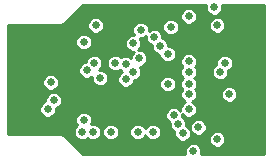
<source format=gbr>
G04 (created by PCBNEW (2013-04-19 BZR 4011)-stable) date 24/08/2014 03:54:09*
%MOIN*%
G04 Gerber Fmt 3.4, Leading zero omitted, Abs format*
%FSLAX34Y34*%
G01*
G70*
G90*
G04 APERTURE LIST*
%ADD10C,2.3622e-006*%
%ADD11C,0.025*%
%ADD12C,0.008*%
%ADD13C,0.01*%
G04 APERTURE END LIST*
G54D10*
G54D11*
X91400Y-66400D03*
X90300Y-63550D03*
X90250Y-64500D03*
X91550Y-66700D03*
X91900Y-65700D03*
X91700Y-67000D03*
X92223Y-66800D03*
X91900Y-63100D03*
X88400Y-63950D03*
X90050Y-64000D03*
X91900Y-66200D03*
X89800Y-65200D03*
X88500Y-64900D03*
X91200Y-64350D03*
X91900Y-64600D03*
X91300Y-63450D03*
X91200Y-65350D03*
X90750Y-63800D03*
X91900Y-65350D03*
X88750Y-64650D03*
X90050Y-64950D03*
X91900Y-64950D03*
X90950Y-64100D03*
X87400Y-65900D03*
X88950Y-65150D03*
X88350Y-66950D03*
X90200Y-66950D03*
X89300Y-66950D03*
X93250Y-65700D03*
X92850Y-63400D03*
X92850Y-67200D03*
X93100Y-64650D03*
X92950Y-64950D03*
X89800Y-64700D03*
X89450Y-64650D03*
X88700Y-66950D03*
X87300Y-65300D03*
X88400Y-66550D03*
X87200Y-66200D03*
X88800Y-63400D03*
X92050Y-67600D03*
X90700Y-66950D03*
X92750Y-62800D03*
X88400Y-65850D03*
X88150Y-67300D03*
X89150Y-65700D03*
X93100Y-63750D03*
X91800Y-64250D03*
X90700Y-66600D03*
X88300Y-63000D03*
X92750Y-67600D03*
G54D12*
X88000Y-66250D02*
X88400Y-65850D01*
X88000Y-67150D02*
X88000Y-66250D01*
X88150Y-67300D02*
X88000Y-67150D01*
X89150Y-65700D02*
X88550Y-65700D01*
X88550Y-65700D02*
X88400Y-65850D01*
X89150Y-65700D02*
X89800Y-65700D01*
X89800Y-65700D02*
X90700Y-66600D01*
X91800Y-64250D02*
X91650Y-64250D01*
X91650Y-64250D02*
X90400Y-63000D01*
X92200Y-64250D02*
X91800Y-64250D01*
X91800Y-64250D02*
X90700Y-65350D01*
X90700Y-65350D02*
X90700Y-66600D01*
X93100Y-63750D02*
X92300Y-63750D01*
X92300Y-63750D02*
X91800Y-64250D01*
X90400Y-63000D02*
X88300Y-63000D01*
X92750Y-67600D02*
X92550Y-67400D01*
X92550Y-64600D02*
X92200Y-64250D01*
X92550Y-67400D02*
X92550Y-64600D01*
G54D10*
G36*
X94425Y-67675D02*
X93525Y-67675D01*
X93525Y-65645D01*
X93483Y-65544D01*
X93405Y-65467D01*
X93375Y-65454D01*
X93375Y-64595D01*
X93333Y-64494D01*
X93255Y-64417D01*
X93154Y-64375D01*
X93125Y-64375D01*
X93125Y-63345D01*
X93083Y-63244D01*
X93005Y-63167D01*
X92904Y-63125D01*
X92795Y-63124D01*
X92694Y-63166D01*
X92617Y-63244D01*
X92575Y-63345D01*
X92574Y-63454D01*
X92616Y-63555D01*
X92694Y-63632D01*
X92795Y-63674D01*
X92904Y-63675D01*
X93005Y-63633D01*
X93082Y-63555D01*
X93124Y-63454D01*
X93125Y-63345D01*
X93125Y-64375D01*
X93045Y-64374D01*
X92944Y-64416D01*
X92867Y-64494D01*
X92825Y-64595D01*
X92824Y-64704D01*
X92794Y-64716D01*
X92717Y-64794D01*
X92675Y-64895D01*
X92674Y-65004D01*
X92716Y-65105D01*
X92794Y-65182D01*
X92895Y-65224D01*
X93004Y-65225D01*
X93105Y-65183D01*
X93182Y-65105D01*
X93224Y-65004D01*
X93225Y-64895D01*
X93255Y-64883D01*
X93332Y-64805D01*
X93374Y-64704D01*
X93375Y-64595D01*
X93375Y-65454D01*
X93304Y-65425D01*
X93195Y-65424D01*
X93094Y-65466D01*
X93017Y-65544D01*
X92975Y-65645D01*
X92974Y-65754D01*
X93016Y-65855D01*
X93094Y-65932D01*
X93195Y-65974D01*
X93304Y-65975D01*
X93405Y-65933D01*
X93482Y-65855D01*
X93524Y-65754D01*
X93525Y-65645D01*
X93525Y-67675D01*
X93125Y-67675D01*
X93125Y-67145D01*
X93083Y-67044D01*
X93005Y-66967D01*
X92904Y-66925D01*
X92795Y-66924D01*
X92694Y-66966D01*
X92617Y-67044D01*
X92575Y-67145D01*
X92574Y-67254D01*
X92616Y-67355D01*
X92694Y-67432D01*
X92795Y-67474D01*
X92904Y-67475D01*
X93005Y-67433D01*
X93082Y-67355D01*
X93124Y-67254D01*
X93125Y-67145D01*
X93125Y-67675D01*
X92498Y-67675D01*
X92498Y-66745D01*
X92456Y-66644D01*
X92378Y-66567D01*
X92277Y-66525D01*
X92175Y-66524D01*
X92175Y-66145D01*
X92133Y-66044D01*
X92055Y-65967D01*
X92015Y-65950D01*
X92055Y-65933D01*
X92132Y-65855D01*
X92174Y-65754D01*
X92175Y-65645D01*
X92133Y-65544D01*
X92113Y-65525D01*
X92132Y-65505D01*
X92174Y-65404D01*
X92175Y-65295D01*
X92133Y-65194D01*
X92088Y-65149D01*
X92132Y-65105D01*
X92174Y-65004D01*
X92175Y-64895D01*
X92133Y-64794D01*
X92113Y-64775D01*
X92132Y-64755D01*
X92174Y-64654D01*
X92175Y-64545D01*
X92175Y-63045D01*
X92133Y-62944D01*
X92055Y-62867D01*
X91954Y-62825D01*
X91845Y-62824D01*
X91744Y-62866D01*
X91667Y-62944D01*
X91625Y-63045D01*
X91624Y-63154D01*
X91666Y-63255D01*
X91744Y-63332D01*
X91845Y-63374D01*
X91954Y-63375D01*
X92055Y-63333D01*
X92132Y-63255D01*
X92174Y-63154D01*
X92175Y-63045D01*
X92175Y-64545D01*
X92133Y-64444D01*
X92055Y-64367D01*
X91954Y-64325D01*
X91845Y-64324D01*
X91744Y-64366D01*
X91667Y-64444D01*
X91625Y-64545D01*
X91624Y-64654D01*
X91666Y-64755D01*
X91686Y-64774D01*
X91667Y-64794D01*
X91625Y-64895D01*
X91624Y-65004D01*
X91666Y-65105D01*
X91711Y-65150D01*
X91667Y-65194D01*
X91625Y-65295D01*
X91624Y-65404D01*
X91666Y-65505D01*
X91686Y-65524D01*
X91667Y-65544D01*
X91625Y-65645D01*
X91624Y-65754D01*
X91666Y-65855D01*
X91744Y-65932D01*
X91784Y-65949D01*
X91744Y-65966D01*
X91667Y-66044D01*
X91625Y-66145D01*
X91624Y-66236D01*
X91575Y-66186D01*
X91575Y-63395D01*
X91533Y-63294D01*
X91455Y-63217D01*
X91354Y-63175D01*
X91245Y-63174D01*
X91144Y-63216D01*
X91067Y-63294D01*
X91025Y-63395D01*
X91024Y-63504D01*
X91066Y-63605D01*
X91144Y-63682D01*
X91245Y-63724D01*
X91354Y-63725D01*
X91455Y-63683D01*
X91532Y-63605D01*
X91574Y-63504D01*
X91575Y-63395D01*
X91575Y-66186D01*
X91555Y-66167D01*
X91475Y-66133D01*
X91475Y-65295D01*
X91475Y-64295D01*
X91433Y-64194D01*
X91355Y-64117D01*
X91254Y-64075D01*
X91225Y-64075D01*
X91225Y-64045D01*
X91183Y-63944D01*
X91105Y-63867D01*
X91024Y-63833D01*
X91025Y-63745D01*
X90983Y-63644D01*
X90905Y-63567D01*
X90804Y-63525D01*
X90695Y-63524D01*
X90594Y-63566D01*
X90574Y-63586D01*
X90575Y-63495D01*
X90533Y-63394D01*
X90455Y-63317D01*
X90354Y-63275D01*
X90245Y-63274D01*
X90144Y-63316D01*
X90067Y-63394D01*
X90025Y-63495D01*
X90024Y-63604D01*
X90066Y-63705D01*
X90086Y-63725D01*
X89995Y-63724D01*
X89894Y-63766D01*
X89817Y-63844D01*
X89775Y-63945D01*
X89774Y-64054D01*
X89816Y-64155D01*
X89894Y-64232D01*
X89995Y-64274D01*
X90086Y-64275D01*
X90017Y-64344D01*
X89975Y-64445D01*
X89975Y-64486D01*
X89955Y-64467D01*
X89854Y-64425D01*
X89745Y-64424D01*
X89652Y-64463D01*
X89605Y-64417D01*
X89504Y-64375D01*
X89395Y-64374D01*
X89294Y-64416D01*
X89217Y-64494D01*
X89175Y-64595D01*
X89174Y-64704D01*
X89216Y-64805D01*
X89294Y-64882D01*
X89395Y-64924D01*
X89504Y-64925D01*
X89597Y-64886D01*
X89644Y-64932D01*
X89684Y-64949D01*
X89644Y-64966D01*
X89567Y-65044D01*
X89525Y-65145D01*
X89524Y-65254D01*
X89566Y-65355D01*
X89644Y-65432D01*
X89745Y-65474D01*
X89854Y-65475D01*
X89955Y-65433D01*
X90032Y-65355D01*
X90074Y-65254D01*
X90074Y-65225D01*
X90104Y-65225D01*
X90205Y-65183D01*
X90282Y-65105D01*
X90324Y-65004D01*
X90325Y-64895D01*
X90283Y-64794D01*
X90263Y-64775D01*
X90304Y-64775D01*
X90405Y-64733D01*
X90482Y-64655D01*
X90524Y-64554D01*
X90525Y-64445D01*
X90483Y-64344D01*
X90405Y-64267D01*
X90304Y-64225D01*
X90213Y-64224D01*
X90282Y-64155D01*
X90324Y-64054D01*
X90325Y-63945D01*
X90283Y-63844D01*
X90263Y-63824D01*
X90354Y-63825D01*
X90455Y-63783D01*
X90475Y-63763D01*
X90474Y-63854D01*
X90516Y-63955D01*
X90594Y-64032D01*
X90675Y-64066D01*
X90674Y-64154D01*
X90716Y-64255D01*
X90794Y-64332D01*
X90895Y-64374D01*
X90924Y-64374D01*
X90924Y-64404D01*
X90966Y-64505D01*
X91044Y-64582D01*
X91145Y-64624D01*
X91254Y-64625D01*
X91355Y-64583D01*
X91432Y-64505D01*
X91474Y-64404D01*
X91475Y-64295D01*
X91475Y-65295D01*
X91433Y-65194D01*
X91355Y-65117D01*
X91254Y-65075D01*
X91145Y-65074D01*
X91044Y-65116D01*
X90967Y-65194D01*
X90925Y-65295D01*
X90924Y-65404D01*
X90966Y-65505D01*
X91044Y-65582D01*
X91145Y-65624D01*
X91254Y-65625D01*
X91355Y-65583D01*
X91432Y-65505D01*
X91474Y-65404D01*
X91475Y-65295D01*
X91475Y-66133D01*
X91454Y-66125D01*
X91345Y-66124D01*
X91244Y-66166D01*
X91167Y-66244D01*
X91125Y-66345D01*
X91124Y-66454D01*
X91166Y-66555D01*
X91244Y-66632D01*
X91275Y-66645D01*
X91274Y-66754D01*
X91316Y-66855D01*
X91394Y-66932D01*
X91425Y-66945D01*
X91424Y-67054D01*
X91466Y-67155D01*
X91544Y-67232D01*
X91645Y-67274D01*
X91754Y-67275D01*
X91855Y-67233D01*
X91932Y-67155D01*
X91974Y-67054D01*
X91975Y-66945D01*
X91933Y-66844D01*
X91855Y-66767D01*
X91824Y-66754D01*
X91825Y-66645D01*
X91783Y-66544D01*
X91705Y-66467D01*
X91674Y-66454D01*
X91675Y-66363D01*
X91744Y-66432D01*
X91845Y-66474D01*
X91954Y-66475D01*
X92055Y-66433D01*
X92132Y-66355D01*
X92174Y-66254D01*
X92175Y-66145D01*
X92175Y-66524D01*
X92168Y-66524D01*
X92067Y-66566D01*
X91990Y-66644D01*
X91948Y-66745D01*
X91947Y-66854D01*
X91989Y-66955D01*
X92067Y-67032D01*
X92168Y-67074D01*
X92277Y-67075D01*
X92378Y-67033D01*
X92455Y-66955D01*
X92497Y-66854D01*
X92498Y-66745D01*
X92498Y-67675D01*
X92316Y-67675D01*
X92324Y-67654D01*
X92325Y-67545D01*
X92283Y-67444D01*
X92205Y-67367D01*
X92104Y-67325D01*
X91995Y-67324D01*
X91894Y-67366D01*
X91817Y-67444D01*
X91775Y-67545D01*
X91774Y-67654D01*
X91783Y-67675D01*
X90975Y-67675D01*
X90975Y-66895D01*
X90933Y-66794D01*
X90855Y-66717D01*
X90754Y-66675D01*
X90645Y-66674D01*
X90544Y-66716D01*
X90467Y-66794D01*
X90450Y-66834D01*
X90433Y-66794D01*
X90355Y-66717D01*
X90254Y-66675D01*
X90145Y-66674D01*
X90044Y-66716D01*
X89967Y-66794D01*
X89925Y-66895D01*
X89924Y-67004D01*
X89966Y-67105D01*
X90044Y-67182D01*
X90145Y-67224D01*
X90254Y-67225D01*
X90355Y-67183D01*
X90432Y-67105D01*
X90449Y-67065D01*
X90466Y-67105D01*
X90544Y-67182D01*
X90645Y-67224D01*
X90754Y-67225D01*
X90855Y-67183D01*
X90932Y-67105D01*
X90974Y-67004D01*
X90975Y-66895D01*
X90975Y-67675D01*
X89575Y-67675D01*
X89575Y-66895D01*
X89533Y-66794D01*
X89455Y-66717D01*
X89354Y-66675D01*
X89245Y-66674D01*
X89225Y-66683D01*
X89225Y-65095D01*
X89183Y-64994D01*
X89105Y-64917D01*
X89075Y-64904D01*
X89075Y-63345D01*
X89033Y-63244D01*
X88955Y-63167D01*
X88854Y-63125D01*
X88745Y-63124D01*
X88644Y-63166D01*
X88567Y-63244D01*
X88525Y-63345D01*
X88524Y-63454D01*
X88566Y-63555D01*
X88644Y-63632D01*
X88745Y-63674D01*
X88854Y-63675D01*
X88955Y-63633D01*
X89032Y-63555D01*
X89074Y-63454D01*
X89075Y-63345D01*
X89075Y-64904D01*
X89004Y-64875D01*
X88913Y-64874D01*
X88982Y-64805D01*
X89024Y-64704D01*
X89025Y-64595D01*
X88983Y-64494D01*
X88905Y-64417D01*
X88804Y-64375D01*
X88695Y-64374D01*
X88675Y-64383D01*
X88675Y-63895D01*
X88633Y-63794D01*
X88555Y-63717D01*
X88454Y-63675D01*
X88345Y-63674D01*
X88244Y-63716D01*
X88167Y-63794D01*
X88125Y-63895D01*
X88124Y-64004D01*
X88166Y-64105D01*
X88244Y-64182D01*
X88345Y-64224D01*
X88454Y-64225D01*
X88555Y-64183D01*
X88632Y-64105D01*
X88674Y-64004D01*
X88675Y-63895D01*
X88675Y-64383D01*
X88594Y-64416D01*
X88517Y-64494D01*
X88475Y-64595D01*
X88475Y-64624D01*
X88445Y-64624D01*
X88344Y-64666D01*
X88267Y-64744D01*
X88225Y-64845D01*
X88224Y-64954D01*
X88266Y-65055D01*
X88344Y-65132D01*
X88445Y-65174D01*
X88554Y-65175D01*
X88655Y-65133D01*
X88675Y-65113D01*
X88674Y-65204D01*
X88716Y-65305D01*
X88794Y-65382D01*
X88895Y-65424D01*
X89004Y-65425D01*
X89105Y-65383D01*
X89182Y-65305D01*
X89224Y-65204D01*
X89225Y-65095D01*
X89225Y-66683D01*
X89144Y-66716D01*
X89067Y-66794D01*
X89025Y-66895D01*
X89024Y-67004D01*
X89066Y-67105D01*
X89144Y-67182D01*
X89245Y-67224D01*
X89354Y-67225D01*
X89455Y-67183D01*
X89532Y-67105D01*
X89574Y-67004D01*
X89575Y-66895D01*
X89575Y-67675D01*
X88975Y-67675D01*
X88975Y-66895D01*
X88933Y-66794D01*
X88855Y-66717D01*
X88754Y-66675D01*
X88645Y-66674D01*
X88674Y-66604D01*
X88675Y-66495D01*
X88633Y-66394D01*
X88555Y-66317D01*
X88454Y-66275D01*
X88345Y-66274D01*
X88244Y-66316D01*
X88167Y-66394D01*
X88125Y-66495D01*
X88124Y-66604D01*
X88166Y-66705D01*
X88186Y-66725D01*
X88117Y-66794D01*
X88075Y-66895D01*
X88074Y-67004D01*
X88116Y-67105D01*
X88194Y-67182D01*
X88295Y-67224D01*
X88404Y-67225D01*
X88505Y-67183D01*
X88524Y-67163D01*
X88544Y-67182D01*
X88645Y-67224D01*
X88754Y-67225D01*
X88855Y-67183D01*
X88932Y-67105D01*
X88974Y-67004D01*
X88975Y-66895D01*
X88975Y-67675D01*
X88372Y-67675D01*
X87773Y-67076D01*
X87716Y-67038D01*
X87675Y-67029D01*
X87675Y-65845D01*
X87633Y-65744D01*
X87575Y-65686D01*
X87575Y-65245D01*
X87533Y-65144D01*
X87455Y-65067D01*
X87354Y-65025D01*
X87245Y-65024D01*
X87144Y-65066D01*
X87067Y-65144D01*
X87025Y-65245D01*
X87024Y-65354D01*
X87066Y-65455D01*
X87144Y-65532D01*
X87245Y-65574D01*
X87354Y-65575D01*
X87455Y-65533D01*
X87532Y-65455D01*
X87574Y-65354D01*
X87575Y-65245D01*
X87575Y-65686D01*
X87555Y-65667D01*
X87454Y-65625D01*
X87345Y-65624D01*
X87244Y-65666D01*
X87167Y-65744D01*
X87125Y-65845D01*
X87124Y-65933D01*
X87044Y-65966D01*
X86967Y-66044D01*
X86925Y-66145D01*
X86924Y-66254D01*
X86966Y-66355D01*
X87044Y-66432D01*
X87145Y-66474D01*
X87254Y-66475D01*
X87355Y-66433D01*
X87432Y-66355D01*
X87474Y-66254D01*
X87475Y-66166D01*
X87555Y-66133D01*
X87632Y-66055D01*
X87674Y-65954D01*
X87675Y-65845D01*
X87675Y-67029D01*
X87650Y-67025D01*
X85875Y-67025D01*
X85875Y-63375D01*
X87650Y-63375D01*
X87716Y-63361D01*
X87716Y-63361D01*
X87773Y-63323D01*
X88372Y-62725D01*
X92483Y-62725D01*
X92475Y-62745D01*
X92474Y-62854D01*
X92516Y-62955D01*
X92594Y-63032D01*
X92695Y-63074D01*
X92804Y-63075D01*
X92905Y-63033D01*
X92982Y-62955D01*
X93024Y-62854D01*
X93025Y-62745D01*
X93016Y-62725D01*
X94425Y-62725D01*
X94425Y-67675D01*
X94425Y-67675D01*
G37*
G54D13*
X94425Y-67675D02*
X93525Y-67675D01*
X93525Y-65645D01*
X93483Y-65544D01*
X93405Y-65467D01*
X93375Y-65454D01*
X93375Y-64595D01*
X93333Y-64494D01*
X93255Y-64417D01*
X93154Y-64375D01*
X93125Y-64375D01*
X93125Y-63345D01*
X93083Y-63244D01*
X93005Y-63167D01*
X92904Y-63125D01*
X92795Y-63124D01*
X92694Y-63166D01*
X92617Y-63244D01*
X92575Y-63345D01*
X92574Y-63454D01*
X92616Y-63555D01*
X92694Y-63632D01*
X92795Y-63674D01*
X92904Y-63675D01*
X93005Y-63633D01*
X93082Y-63555D01*
X93124Y-63454D01*
X93125Y-63345D01*
X93125Y-64375D01*
X93045Y-64374D01*
X92944Y-64416D01*
X92867Y-64494D01*
X92825Y-64595D01*
X92824Y-64704D01*
X92794Y-64716D01*
X92717Y-64794D01*
X92675Y-64895D01*
X92674Y-65004D01*
X92716Y-65105D01*
X92794Y-65182D01*
X92895Y-65224D01*
X93004Y-65225D01*
X93105Y-65183D01*
X93182Y-65105D01*
X93224Y-65004D01*
X93225Y-64895D01*
X93255Y-64883D01*
X93332Y-64805D01*
X93374Y-64704D01*
X93375Y-64595D01*
X93375Y-65454D01*
X93304Y-65425D01*
X93195Y-65424D01*
X93094Y-65466D01*
X93017Y-65544D01*
X92975Y-65645D01*
X92974Y-65754D01*
X93016Y-65855D01*
X93094Y-65932D01*
X93195Y-65974D01*
X93304Y-65975D01*
X93405Y-65933D01*
X93482Y-65855D01*
X93524Y-65754D01*
X93525Y-65645D01*
X93525Y-67675D01*
X93125Y-67675D01*
X93125Y-67145D01*
X93083Y-67044D01*
X93005Y-66967D01*
X92904Y-66925D01*
X92795Y-66924D01*
X92694Y-66966D01*
X92617Y-67044D01*
X92575Y-67145D01*
X92574Y-67254D01*
X92616Y-67355D01*
X92694Y-67432D01*
X92795Y-67474D01*
X92904Y-67475D01*
X93005Y-67433D01*
X93082Y-67355D01*
X93124Y-67254D01*
X93125Y-67145D01*
X93125Y-67675D01*
X92498Y-67675D01*
X92498Y-66745D01*
X92456Y-66644D01*
X92378Y-66567D01*
X92277Y-66525D01*
X92175Y-66524D01*
X92175Y-66145D01*
X92133Y-66044D01*
X92055Y-65967D01*
X92015Y-65950D01*
X92055Y-65933D01*
X92132Y-65855D01*
X92174Y-65754D01*
X92175Y-65645D01*
X92133Y-65544D01*
X92113Y-65525D01*
X92132Y-65505D01*
X92174Y-65404D01*
X92175Y-65295D01*
X92133Y-65194D01*
X92088Y-65149D01*
X92132Y-65105D01*
X92174Y-65004D01*
X92175Y-64895D01*
X92133Y-64794D01*
X92113Y-64775D01*
X92132Y-64755D01*
X92174Y-64654D01*
X92175Y-64545D01*
X92175Y-63045D01*
X92133Y-62944D01*
X92055Y-62867D01*
X91954Y-62825D01*
X91845Y-62824D01*
X91744Y-62866D01*
X91667Y-62944D01*
X91625Y-63045D01*
X91624Y-63154D01*
X91666Y-63255D01*
X91744Y-63332D01*
X91845Y-63374D01*
X91954Y-63375D01*
X92055Y-63333D01*
X92132Y-63255D01*
X92174Y-63154D01*
X92175Y-63045D01*
X92175Y-64545D01*
X92133Y-64444D01*
X92055Y-64367D01*
X91954Y-64325D01*
X91845Y-64324D01*
X91744Y-64366D01*
X91667Y-64444D01*
X91625Y-64545D01*
X91624Y-64654D01*
X91666Y-64755D01*
X91686Y-64774D01*
X91667Y-64794D01*
X91625Y-64895D01*
X91624Y-65004D01*
X91666Y-65105D01*
X91711Y-65150D01*
X91667Y-65194D01*
X91625Y-65295D01*
X91624Y-65404D01*
X91666Y-65505D01*
X91686Y-65524D01*
X91667Y-65544D01*
X91625Y-65645D01*
X91624Y-65754D01*
X91666Y-65855D01*
X91744Y-65932D01*
X91784Y-65949D01*
X91744Y-65966D01*
X91667Y-66044D01*
X91625Y-66145D01*
X91624Y-66236D01*
X91575Y-66186D01*
X91575Y-63395D01*
X91533Y-63294D01*
X91455Y-63217D01*
X91354Y-63175D01*
X91245Y-63174D01*
X91144Y-63216D01*
X91067Y-63294D01*
X91025Y-63395D01*
X91024Y-63504D01*
X91066Y-63605D01*
X91144Y-63682D01*
X91245Y-63724D01*
X91354Y-63725D01*
X91455Y-63683D01*
X91532Y-63605D01*
X91574Y-63504D01*
X91575Y-63395D01*
X91575Y-66186D01*
X91555Y-66167D01*
X91475Y-66133D01*
X91475Y-65295D01*
X91475Y-64295D01*
X91433Y-64194D01*
X91355Y-64117D01*
X91254Y-64075D01*
X91225Y-64075D01*
X91225Y-64045D01*
X91183Y-63944D01*
X91105Y-63867D01*
X91024Y-63833D01*
X91025Y-63745D01*
X90983Y-63644D01*
X90905Y-63567D01*
X90804Y-63525D01*
X90695Y-63524D01*
X90594Y-63566D01*
X90574Y-63586D01*
X90575Y-63495D01*
X90533Y-63394D01*
X90455Y-63317D01*
X90354Y-63275D01*
X90245Y-63274D01*
X90144Y-63316D01*
X90067Y-63394D01*
X90025Y-63495D01*
X90024Y-63604D01*
X90066Y-63705D01*
X90086Y-63725D01*
X89995Y-63724D01*
X89894Y-63766D01*
X89817Y-63844D01*
X89775Y-63945D01*
X89774Y-64054D01*
X89816Y-64155D01*
X89894Y-64232D01*
X89995Y-64274D01*
X90086Y-64275D01*
X90017Y-64344D01*
X89975Y-64445D01*
X89975Y-64486D01*
X89955Y-64467D01*
X89854Y-64425D01*
X89745Y-64424D01*
X89652Y-64463D01*
X89605Y-64417D01*
X89504Y-64375D01*
X89395Y-64374D01*
X89294Y-64416D01*
X89217Y-64494D01*
X89175Y-64595D01*
X89174Y-64704D01*
X89216Y-64805D01*
X89294Y-64882D01*
X89395Y-64924D01*
X89504Y-64925D01*
X89597Y-64886D01*
X89644Y-64932D01*
X89684Y-64949D01*
X89644Y-64966D01*
X89567Y-65044D01*
X89525Y-65145D01*
X89524Y-65254D01*
X89566Y-65355D01*
X89644Y-65432D01*
X89745Y-65474D01*
X89854Y-65475D01*
X89955Y-65433D01*
X90032Y-65355D01*
X90074Y-65254D01*
X90074Y-65225D01*
X90104Y-65225D01*
X90205Y-65183D01*
X90282Y-65105D01*
X90324Y-65004D01*
X90325Y-64895D01*
X90283Y-64794D01*
X90263Y-64775D01*
X90304Y-64775D01*
X90405Y-64733D01*
X90482Y-64655D01*
X90524Y-64554D01*
X90525Y-64445D01*
X90483Y-64344D01*
X90405Y-64267D01*
X90304Y-64225D01*
X90213Y-64224D01*
X90282Y-64155D01*
X90324Y-64054D01*
X90325Y-63945D01*
X90283Y-63844D01*
X90263Y-63824D01*
X90354Y-63825D01*
X90455Y-63783D01*
X90475Y-63763D01*
X90474Y-63854D01*
X90516Y-63955D01*
X90594Y-64032D01*
X90675Y-64066D01*
X90674Y-64154D01*
X90716Y-64255D01*
X90794Y-64332D01*
X90895Y-64374D01*
X90924Y-64374D01*
X90924Y-64404D01*
X90966Y-64505D01*
X91044Y-64582D01*
X91145Y-64624D01*
X91254Y-64625D01*
X91355Y-64583D01*
X91432Y-64505D01*
X91474Y-64404D01*
X91475Y-64295D01*
X91475Y-65295D01*
X91433Y-65194D01*
X91355Y-65117D01*
X91254Y-65075D01*
X91145Y-65074D01*
X91044Y-65116D01*
X90967Y-65194D01*
X90925Y-65295D01*
X90924Y-65404D01*
X90966Y-65505D01*
X91044Y-65582D01*
X91145Y-65624D01*
X91254Y-65625D01*
X91355Y-65583D01*
X91432Y-65505D01*
X91474Y-65404D01*
X91475Y-65295D01*
X91475Y-66133D01*
X91454Y-66125D01*
X91345Y-66124D01*
X91244Y-66166D01*
X91167Y-66244D01*
X91125Y-66345D01*
X91124Y-66454D01*
X91166Y-66555D01*
X91244Y-66632D01*
X91275Y-66645D01*
X91274Y-66754D01*
X91316Y-66855D01*
X91394Y-66932D01*
X91425Y-66945D01*
X91424Y-67054D01*
X91466Y-67155D01*
X91544Y-67232D01*
X91645Y-67274D01*
X91754Y-67275D01*
X91855Y-67233D01*
X91932Y-67155D01*
X91974Y-67054D01*
X91975Y-66945D01*
X91933Y-66844D01*
X91855Y-66767D01*
X91824Y-66754D01*
X91825Y-66645D01*
X91783Y-66544D01*
X91705Y-66467D01*
X91674Y-66454D01*
X91675Y-66363D01*
X91744Y-66432D01*
X91845Y-66474D01*
X91954Y-66475D01*
X92055Y-66433D01*
X92132Y-66355D01*
X92174Y-66254D01*
X92175Y-66145D01*
X92175Y-66524D01*
X92168Y-66524D01*
X92067Y-66566D01*
X91990Y-66644D01*
X91948Y-66745D01*
X91947Y-66854D01*
X91989Y-66955D01*
X92067Y-67032D01*
X92168Y-67074D01*
X92277Y-67075D01*
X92378Y-67033D01*
X92455Y-66955D01*
X92497Y-66854D01*
X92498Y-66745D01*
X92498Y-67675D01*
X92316Y-67675D01*
X92324Y-67654D01*
X92325Y-67545D01*
X92283Y-67444D01*
X92205Y-67367D01*
X92104Y-67325D01*
X91995Y-67324D01*
X91894Y-67366D01*
X91817Y-67444D01*
X91775Y-67545D01*
X91774Y-67654D01*
X91783Y-67675D01*
X90975Y-67675D01*
X90975Y-66895D01*
X90933Y-66794D01*
X90855Y-66717D01*
X90754Y-66675D01*
X90645Y-66674D01*
X90544Y-66716D01*
X90467Y-66794D01*
X90450Y-66834D01*
X90433Y-66794D01*
X90355Y-66717D01*
X90254Y-66675D01*
X90145Y-66674D01*
X90044Y-66716D01*
X89967Y-66794D01*
X89925Y-66895D01*
X89924Y-67004D01*
X89966Y-67105D01*
X90044Y-67182D01*
X90145Y-67224D01*
X90254Y-67225D01*
X90355Y-67183D01*
X90432Y-67105D01*
X90449Y-67065D01*
X90466Y-67105D01*
X90544Y-67182D01*
X90645Y-67224D01*
X90754Y-67225D01*
X90855Y-67183D01*
X90932Y-67105D01*
X90974Y-67004D01*
X90975Y-66895D01*
X90975Y-67675D01*
X89575Y-67675D01*
X89575Y-66895D01*
X89533Y-66794D01*
X89455Y-66717D01*
X89354Y-66675D01*
X89245Y-66674D01*
X89225Y-66683D01*
X89225Y-65095D01*
X89183Y-64994D01*
X89105Y-64917D01*
X89075Y-64904D01*
X89075Y-63345D01*
X89033Y-63244D01*
X88955Y-63167D01*
X88854Y-63125D01*
X88745Y-63124D01*
X88644Y-63166D01*
X88567Y-63244D01*
X88525Y-63345D01*
X88524Y-63454D01*
X88566Y-63555D01*
X88644Y-63632D01*
X88745Y-63674D01*
X88854Y-63675D01*
X88955Y-63633D01*
X89032Y-63555D01*
X89074Y-63454D01*
X89075Y-63345D01*
X89075Y-64904D01*
X89004Y-64875D01*
X88913Y-64874D01*
X88982Y-64805D01*
X89024Y-64704D01*
X89025Y-64595D01*
X88983Y-64494D01*
X88905Y-64417D01*
X88804Y-64375D01*
X88695Y-64374D01*
X88675Y-64383D01*
X88675Y-63895D01*
X88633Y-63794D01*
X88555Y-63717D01*
X88454Y-63675D01*
X88345Y-63674D01*
X88244Y-63716D01*
X88167Y-63794D01*
X88125Y-63895D01*
X88124Y-64004D01*
X88166Y-64105D01*
X88244Y-64182D01*
X88345Y-64224D01*
X88454Y-64225D01*
X88555Y-64183D01*
X88632Y-64105D01*
X88674Y-64004D01*
X88675Y-63895D01*
X88675Y-64383D01*
X88594Y-64416D01*
X88517Y-64494D01*
X88475Y-64595D01*
X88475Y-64624D01*
X88445Y-64624D01*
X88344Y-64666D01*
X88267Y-64744D01*
X88225Y-64845D01*
X88224Y-64954D01*
X88266Y-65055D01*
X88344Y-65132D01*
X88445Y-65174D01*
X88554Y-65175D01*
X88655Y-65133D01*
X88675Y-65113D01*
X88674Y-65204D01*
X88716Y-65305D01*
X88794Y-65382D01*
X88895Y-65424D01*
X89004Y-65425D01*
X89105Y-65383D01*
X89182Y-65305D01*
X89224Y-65204D01*
X89225Y-65095D01*
X89225Y-66683D01*
X89144Y-66716D01*
X89067Y-66794D01*
X89025Y-66895D01*
X89024Y-67004D01*
X89066Y-67105D01*
X89144Y-67182D01*
X89245Y-67224D01*
X89354Y-67225D01*
X89455Y-67183D01*
X89532Y-67105D01*
X89574Y-67004D01*
X89575Y-66895D01*
X89575Y-67675D01*
X88975Y-67675D01*
X88975Y-66895D01*
X88933Y-66794D01*
X88855Y-66717D01*
X88754Y-66675D01*
X88645Y-66674D01*
X88674Y-66604D01*
X88675Y-66495D01*
X88633Y-66394D01*
X88555Y-66317D01*
X88454Y-66275D01*
X88345Y-66274D01*
X88244Y-66316D01*
X88167Y-66394D01*
X88125Y-66495D01*
X88124Y-66604D01*
X88166Y-66705D01*
X88186Y-66725D01*
X88117Y-66794D01*
X88075Y-66895D01*
X88074Y-67004D01*
X88116Y-67105D01*
X88194Y-67182D01*
X88295Y-67224D01*
X88404Y-67225D01*
X88505Y-67183D01*
X88524Y-67163D01*
X88544Y-67182D01*
X88645Y-67224D01*
X88754Y-67225D01*
X88855Y-67183D01*
X88932Y-67105D01*
X88974Y-67004D01*
X88975Y-66895D01*
X88975Y-67675D01*
X88372Y-67675D01*
X87773Y-67076D01*
X87716Y-67038D01*
X87675Y-67029D01*
X87675Y-65845D01*
X87633Y-65744D01*
X87575Y-65686D01*
X87575Y-65245D01*
X87533Y-65144D01*
X87455Y-65067D01*
X87354Y-65025D01*
X87245Y-65024D01*
X87144Y-65066D01*
X87067Y-65144D01*
X87025Y-65245D01*
X87024Y-65354D01*
X87066Y-65455D01*
X87144Y-65532D01*
X87245Y-65574D01*
X87354Y-65575D01*
X87455Y-65533D01*
X87532Y-65455D01*
X87574Y-65354D01*
X87575Y-65245D01*
X87575Y-65686D01*
X87555Y-65667D01*
X87454Y-65625D01*
X87345Y-65624D01*
X87244Y-65666D01*
X87167Y-65744D01*
X87125Y-65845D01*
X87124Y-65933D01*
X87044Y-65966D01*
X86967Y-66044D01*
X86925Y-66145D01*
X86924Y-66254D01*
X86966Y-66355D01*
X87044Y-66432D01*
X87145Y-66474D01*
X87254Y-66475D01*
X87355Y-66433D01*
X87432Y-66355D01*
X87474Y-66254D01*
X87475Y-66166D01*
X87555Y-66133D01*
X87632Y-66055D01*
X87674Y-65954D01*
X87675Y-65845D01*
X87675Y-67029D01*
X87650Y-67025D01*
X85875Y-67025D01*
X85875Y-63375D01*
X87650Y-63375D01*
X87716Y-63361D01*
X87716Y-63361D01*
X87773Y-63323D01*
X88372Y-62725D01*
X92483Y-62725D01*
X92475Y-62745D01*
X92474Y-62854D01*
X92516Y-62955D01*
X92594Y-63032D01*
X92695Y-63074D01*
X92804Y-63075D01*
X92905Y-63033D01*
X92982Y-62955D01*
X93024Y-62854D01*
X93025Y-62745D01*
X93016Y-62725D01*
X94425Y-62725D01*
X94425Y-67675D01*
M02*

</source>
